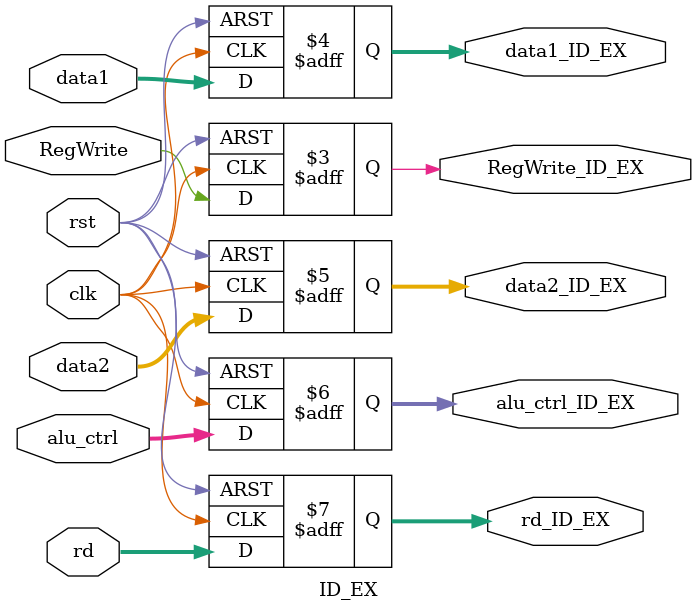
<source format=v>
`timescale 1ns / 1ps


module ID_EX(
input clk,rst,RegWrite,
input [31:0] data1,data2,
input [3:0] alu_ctrl,
input [4:0] rd,
output reg RegWrite_ID_EX,
output reg [31:0] data1_ID_EX,data2_ID_EX,
output reg [3:0] alu_ctrl_ID_EX,
output reg [4:0] rd_ID_EX
);

always @(posedge clk, negedge rst)
begin
if(!rst)
    begin
        RegWrite_ID_EX <= 1'd0;
        data1_ID_EX <=  32'd0;
        data2_ID_EX <= 32'd0;
        alu_ctrl_ID_EX <= 4'd0;
        rd_ID_EX <= 5'd0;
    end
else
    begin
        RegWrite_ID_EX <= RegWrite;
        data1_ID_EX <= data1;
        data2_ID_EX <= data2;
        alu_ctrl_ID_EX <= alu_ctrl;
        rd_ID_EX <= rd;
    end
end

endmodule

</source>
